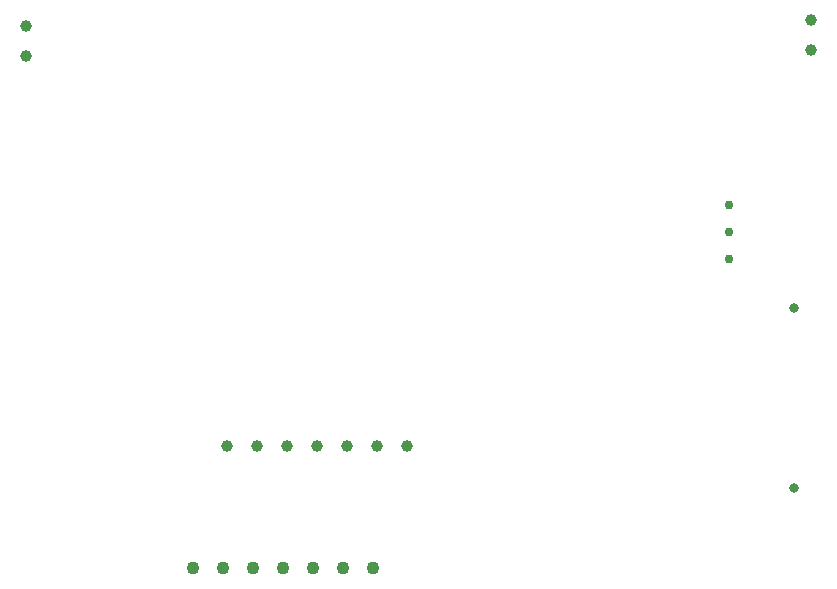
<source format=gbr>
%TF.GenerationSoftware,KiCad,Pcbnew,8.0.6*%
%TF.CreationDate,2025-01-04T10:48:09+08:00*%
%TF.ProjectId,Internal Chamber,496e7465-726e-4616-9c20-4368616d6265,rev?*%
%TF.SameCoordinates,Original*%
%TF.FileFunction,Plated,1,2,PTH,Drill*%
%TF.FilePolarity,Positive*%
%FSLAX46Y46*%
G04 Gerber Fmt 4.6, Leading zero omitted, Abs format (unit mm)*
G04 Created by KiCad (PCBNEW 8.0.6) date 2025-01-04 10:48:09*
%MOMM*%
%LPD*%
G01*
G04 APERTURE LIST*
%TA.AperFunction,ComponentDrill*%
%ADD10C,0.750000*%
%TD*%
%TA.AperFunction,ComponentDrill*%
%ADD11C,0.800000*%
%TD*%
%TA.AperFunction,ComponentDrill*%
%ADD12C,1.000000*%
%TD*%
%TA.AperFunction,ComponentDrill*%
%ADD13C,1.100000*%
%TD*%
G04 APERTURE END LIST*
D10*
%TO.C,U3*%
X205750000Y-83880000D03*
X205750000Y-86150000D03*
X205750000Y-88420000D03*
D11*
%TO.C,R1*%
X211250000Y-92630000D03*
X211250000Y-107870000D03*
D12*
%TO.C,J3*%
X146250000Y-68710000D03*
X146250000Y-71250000D03*
%TO.C,J1*%
X163260000Y-104250000D03*
X165800000Y-104250000D03*
X168340000Y-104250000D03*
X170880000Y-104250000D03*
X173420000Y-104250000D03*
X175960000Y-104250000D03*
X178500000Y-104250000D03*
%TO.C,J2*%
X212750000Y-68210000D03*
X212750000Y-70750000D03*
D13*
%TO.C,U1*%
X160400000Y-114650000D03*
X162940000Y-114650000D03*
X165480000Y-114650000D03*
X168020000Y-114650000D03*
X170560000Y-114650000D03*
X173100000Y-114650000D03*
X175640000Y-114650000D03*
M02*

</source>
